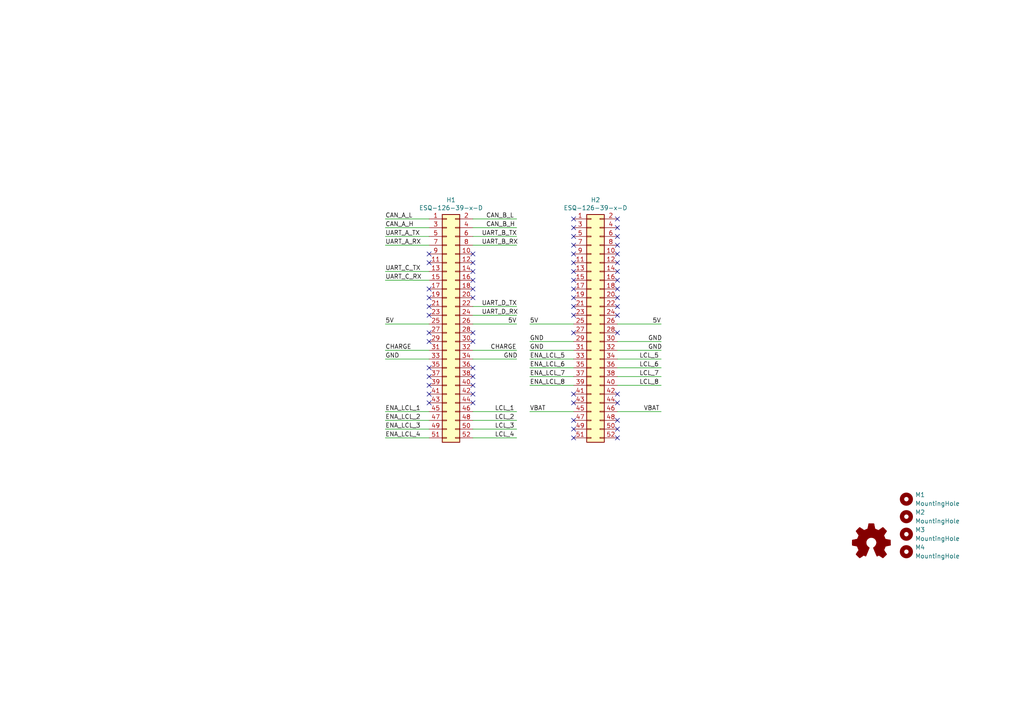
<source format=kicad_sch>
(kicad_sch (version 20230121) (generator eeschema)
  (paper "A4")
  (lib_symbols
    (symbol "Connector_Generic:Conn_02x26_Odd_Even" (pin_names (offset 1.016) hide)
      (property "Reference" "J" (at 1.27 33.02 0))
      (property "Value" "Conn_02x26_Odd_Even" (at 1.27 -35.56 0))
      (symbol "Conn_02x26_Odd_Even_1_1"
        (rectangle (start -1.27 -32.893) (end 0 -33.147) (stroke (width 0.1524)))
        (rectangle (start -1.27 -30.353) (end 0 -30.607) (stroke (width 0.1524)))
        (rectangle (start -1.27 -27.813) (end 0 -28.067) (stroke (width 0.1524)))
        (rectangle (start -1.27 -25.273) (end 0 -25.527) (stroke (width 0.1524)))
        (rectangle (start -1.27 -22.733) (end 0 -22.987) (stroke (width 0.1524)))
        (rectangle (start -1.27 -20.193) (end 0 -20.447) (stroke (width 0.1524)))
        (rectangle (start -1.27 -17.653) (end 0 -17.907) (stroke (width 0.1524)))
        (rectangle (start -1.27 -15.113) (end 0 -15.367) (stroke (width 0.1524)))
        (rectangle (start -1.27 -12.573) (end 0 -12.827) (stroke (width 0.1524)))
        (rectangle (start -1.27 -10.033) (end 0 -10.287) (stroke (width 0.1524)))
        (rectangle (start -1.27 -7.493) (end 0 -7.747) (stroke (width 0.1524)))
        (rectangle (start -1.27 -4.953) (end 0 -5.207) (stroke (width 0.1524)))
        (rectangle (start -1.27 -2.413) (end 0 -2.667) (stroke (width 0.1524)))
        (rectangle (start -1.27 0.127) (end 0 -0.127) (stroke (width 0.1524)))
        (rectangle (start -1.27 2.667) (end 0 2.413) (stroke (width 0.1524)))
        (rectangle (start -1.27 5.207) (end 0 4.953) (stroke (width 0.1524)))
        (rectangle (start -1.27 7.747) (end 0 7.493) (stroke (width 0.1524)))
        (rectangle (start -1.27 10.287) (end 0 10.033) (stroke (width 0.1524)))
        (rectangle (start -1.27 12.827) (end 0 12.573) (stroke (width 0.1524)))
        (rectangle (start -1.27 15.367) (end 0 15.113) (stroke (width 0.1524)))
        (rectangle (start -1.27 17.907) (end 0 17.653) (stroke (width 0.1524)))
        (rectangle (start -1.27 20.447) (end 0 20.193) (stroke (width 0.1524)))
        (rectangle (start -1.27 22.987) (end 0 22.733) (stroke (width 0.1524)))
        (rectangle (start -1.27 25.527) (end 0 25.273) (stroke (width 0.1524)))
        (rectangle (start -1.27 28.067) (end 0 27.813) (stroke (width 0.1524)))
        (rectangle (start -1.27 30.607) (end 0 30.353) (stroke (width 0.1524)))
        (rectangle (start -1.27 31.75) (end 3.81 -34.29) (stroke (width 0.254)) (fill (type background)))
        (rectangle (start 3.81 -32.893) (end 2.54 -33.147) (stroke (width 0.1524)))
        (rectangle (start 3.81 -30.353) (end 2.54 -30.607) (stroke (width 0.1524)))
        (rectangle (start 3.81 -27.813) (end 2.54 -28.067) (stroke (width 0.1524)))
        (rectangle (start 3.81 -25.273) (end 2.54 -25.527) (stroke (width 0.1524)))
        (rectangle (start 3.81 -22.733) (end 2.54 -22.987) (stroke (width 0.1524)))
        (rectangle (start 3.81 -20.193) (end 2.54 -20.447) (stroke (width 0.1524)))
        (rectangle (start 3.81 -17.653) (end 2.54 -17.907) (stroke (width 0.1524)))
        (rectangle (start 3.81 -15.113) (end 2.54 -15.367) (stroke (width 0.1524)))
        (rectangle (start 3.81 -12.573) (end 2.54 -12.827) (stroke (width 0.1524)))
        (rectangle (start 3.81 -10.033) (end 2.54 -10.287) (stroke (width 0.1524)))
        (rectangle (start 3.81 -7.493) (end 2.54 -7.747) (stroke (width 0.1524)))
        (rectangle (start 3.81 -4.953) (end 2.54 -5.207) (stroke (width 0.1524)))
        (rectangle (start 3.81 -2.413) (end 2.54 -2.667) (stroke (width 0.1524)))
        (rectangle (start 3.81 0.127) (end 2.54 -0.127) (stroke (width 0.1524)))
        (rectangle (start 3.81 2.667) (end 2.54 2.413) (stroke (width 0.1524)))
        (rectangle (start 3.81 5.207) (end 2.54 4.953) (stroke (width 0.1524)))
        (rectangle (start 3.81 7.747) (end 2.54 7.493) (stroke (width 0.1524)))
        (rectangle (start 3.81 10.287) (end 2.54 10.033) (stroke (width 0.1524)))
        (rectangle (start 3.81 12.827) (end 2.54 12.573) (stroke (width 0.1524)))
        (rectangle (start 3.81 15.367) (end 2.54 15.113) (stroke (width 0.1524)))
        (rectangle (start 3.81 17.907) (end 2.54 17.653) (stroke (width 0.1524)))
        (rectangle (start 3.81 20.447) (end 2.54 20.193) (stroke (width 0.1524)))
        (rectangle (start 3.81 22.987) (end 2.54 22.733) (stroke (width 0.1524)))
        (rectangle (start 3.81 25.527) (end 2.54 25.273) (stroke (width 0.1524)))
        (rectangle (start 3.81 28.067) (end 2.54 27.813) (stroke (width 0.1524)))
        (rectangle (start 3.81 30.607) (end 2.54 30.353) (stroke (width 0.1524)))
        (pin passive line (at -5.08 30.48 0) (length 3.81) (name "Pin_1") (number "1"))
        (pin passive line (at 7.62 20.32 180) (length 3.81) (name "Pin_10") (number "10"))
        (pin passive line (at -5.08 17.78 0) (length 3.81) (name "Pin_11") (number "11"))
        (pin passive line (at 7.62 17.78 180) (length 3.81) (name "Pin_12") (number "12"))
        (pin passive line (at -5.08 15.24 0) (length 3.81) (name "Pin_13") (number "13"))
        (pin passive line (at 7.62 15.24 180) (length 3.81) (name "Pin_14") (number "14"))
        (pin passive line (at -5.08 12.7 0) (length 3.81) (name "Pin_15") (number "15"))
        (pin passive line (at 7.62 12.7 180) (length 3.81) (name "Pin_16") (number "16"))
        (pin passive line (at -5.08 10.16 0) (length 3.81) (name "Pin_17") (number "17"))
        (pin passive line (at 7.62 10.16 180) (length 3.81) (name "Pin_18") (number "18"))
        (pin passive line (at -5.08 7.62 0) (length 3.81) (name "Pin_19") (number "19"))
        (pin passive line (at 7.62 30.48 180) (length 3.81) (name "Pin_2") (number "2"))
        (pin passive line (at 7.62 7.62 180) (length 3.81) (name "Pin_20") (number "20"))
        (pin passive line (at -5.08 5.08 0) (length 3.81) (name "Pin_21") (number "21"))
        (pin passive line (at 7.62 5.08 180) (length 3.81) (name "Pin_22") (number "22"))
        (pin passive line (at -5.08 2.54 0) (length 3.81) (name "Pin_23") (number "23"))
        (pin passive line (at 7.62 2.54 180) (length 3.81) (name "Pin_24") (number "24"))
        (pin passive line (at -5.08 0 0) (length 3.81) (name "Pin_25") (number "25"))
        (pin passive line (at 7.62 0 180) (length 3.81) (name "Pin_26") (number "26"))
        (pin passive line (at -5.08 -2.54 0) (length 3.81) (name "Pin_27") (number "27"))
        (pin passive line (at 7.62 -2.54 180) (length 3.81) (name "Pin_28") (number "28"))
        (pin passive line (at -5.08 -5.08 0) (length 3.81) (name "Pin_29") (number "29"))
        (pin passive line (at -5.08 27.94 0) (length 3.81) (name "Pin_3") (number "3"))
        (pin passive line (at 7.62 -5.08 180) (length 3.81) (name "Pin_30") (number "30"))
        (pin passive line (at -5.08 -7.62 0) (length 3.81) (name "Pin_31") (number "31"))
        (pin passive line (at 7.62 -7.62 180) (length 3.81) (name "Pin_32") (number "32"))
        (pin passive line (at -5.08 -10.16 0) (length 3.81) (name "Pin_33") (number "33"))
        (pin passive line (at 7.62 -10.16 180) (length 3.81) (name "Pin_34") (number "34"))
        (pin passive line (at -5.08 -12.7 0) (length 3.81) (name "Pin_35") (number "35"))
        (pin passive line (at 7.62 -12.7 180) (length 3.81) (name "Pin_36") (number "36"))
        (pin passive line (at -5.08 -15.24 0) (length 3.81) (name "Pin_37") (number "37"))
        (pin passive line (at 7.62 -15.24 180) (length 3.81) (name "Pin_38") (number "38"))
        (pin passive line (at -5.08 -17.78 0) (length 3.81) (name "Pin_39") (number "39"))
        (pin passive line (at 7.62 27.94 180) (length 3.81) (name "Pin_4") (number "4"))
        (pin passive line (at 7.62 -17.78 180) (length 3.81) (name "Pin_40") (number "40"))
        (pin passive line (at -5.08 -20.32 0) (length 3.81) (name "Pin_41") (number "41"))
        (pin passive line (at 7.62 -20.32 180) (length 3.81) (name "Pin_42") (number "42"))
        (pin passive line (at -5.08 -22.86 0) (length 3.81) (name "Pin_43") (number "43"))
        (pin passive line (at 7.62 -22.86 180) (length 3.81) (name "Pin_44") (number "44"))
        (pin passive line (at -5.08 -25.4 0) (length 3.81) (name "Pin_45") (number "45"))
        (pin passive line (at 7.62 -25.4 180) (length 3.81) (name "Pin_46") (number "46"))
        (pin passive line (at -5.08 -27.94 0) (length 3.81) (name "Pin_47") (number "47"))
        (pin passive line (at 7.62 -27.94 180) (length 3.81) (name "Pin_48") (number "48"))
        (pin passive line (at -5.08 -30.48 0) (length 3.81) (name "Pin_49") (number "49"))
        (pin passive line (at -5.08 25.4 0) (length 3.81) (name "Pin_5") (number "5"))
        (pin passive line (at 7.62 -30.48 180) (length 3.81) (name "Pin_50") (number "50"))
        (pin passive line (at -5.08 -33.02 0) (length 3.81) (name "Pin_51") (number "51"))
        (pin passive line (at 7.62 -33.02 180) (length 3.81) (name "Pin_52") (number "52"))
        (pin passive line (at 7.62 25.4 180) (length 3.81) (name "Pin_6") (number "6"))
        (pin passive line (at -5.08 22.86 0) (length 3.81) (name "Pin_7") (number "7"))
        (pin passive line (at 7.62 22.86 180) (length 3.81) (name "Pin_8") (number "8"))
        (pin passive line (at -5.08 20.32 0) (length 3.81) (name "Pin_9") (number "9"))
      )
    )
    (symbol "Graphic:Logo_Open_Hardware_Small" (in_bom no) (on_board no)
      (symbol "Logo_Open_Hardware_Small_0_1"
        (polyline (pts (xy 3.3528 -4.3434) (xy 3.302 -4.318) (xy 3.175 -4.2418) (xy 2.9972 -4.1148) (xy 2.7686 -3.9624) (xy 2.54 -3.81) (xy 2.3622 -3.7084) (xy 2.2352 -3.6068) (xy 2.1844 -3.5814) (xy 2.159 -3.6068) (xy 2.0574 -3.6576) (xy 1.905 -3.7338) (xy 1.8034 -3.7846) (xy 1.6764 -3.8354) (xy 1.6002 -3.8354) (xy 1.6002 -3.8354) (xy 1.5494 -3.7338) (xy 1.4732 -3.5306) (xy 1.3462 -3.302) (xy 1.2446 -3.0226) (xy 1.1176 -2.7178) (xy 0.9652 -2.413) (xy 0.8636 -2.1082) (xy 0.7366 -1.8288) (xy 0.6604 -1.6256) (xy 0.6096 -1.4732) (xy 0.5842 -1.397) (xy 0.5842 -1.397) (xy 0.6604 -1.3208) (xy 0.7874 -1.2446) (xy 1.0414 -1.016) (xy 1.2954 -0.6858) (xy 1.4478 -0.3302) (xy 1.524 0.0762) (xy 1.4732 0.4572) (xy 1.3208 0.8128) (xy 1.0668 1.143) (xy 0.762 1.3716) (xy 0.4064 1.524) (xy 0 1.5748) (xy -0.381 1.5494) (xy -0.7366 1.397) (xy -1.0668 1.143) (xy -1.2192 0.9906) (xy -1.397 0.6604) (xy -1.524 0.3048) (xy -1.524 0.2286) (xy -1.4986 -0.1778) (xy -1.397 -0.5334) (xy -1.1938 -0.8636) (xy -0.9144 -1.143) (xy -0.8636 -1.1684) (xy -0.7366 -1.27) (xy -0.635 -1.3462) (xy -0.5842 -1.397) (xy -1.0668 -2.5908) (xy -1.143 -2.794) (xy -1.2954 -3.1242) (xy -1.397 -3.4036) (xy -1.4986 -3.6322) (xy -1.5748 -3.7846) (xy -1.6002 -3.8354) (xy -1.6002 -3.8354) (xy -1.651 -3.8354) (xy -1.7272 -3.81) (xy -1.905 -3.7338) (xy -2.0066 -3.683) (xy -2.1336 -3.6068) (xy -2.2098 -3.5814) (xy -2.2606 -3.6068) (xy -2.3622 -3.683) (xy -2.54 -3.81) (xy -2.7686 -3.9624) (xy -2.9718 -4.0894) (xy -3.1496 -4.2164) (xy -3.302 -4.318) (xy -3.3528 -4.3434) (xy -3.3782 -4.3434) (xy -3.429 -4.318) (xy -3.5306 -4.2164) (xy -3.7084 -4.064) (xy -3.937 -3.8354) (xy -3.9624 -3.81) (xy -4.1656 -3.6068) (xy -4.318 -3.4544) (xy -4.4196 -3.3274) (xy -4.445 -3.2766) (xy -4.445 -3.2766) (xy -4.4196 -3.2258) (xy -4.318 -3.0734) (xy -4.2164 -2.8956) (xy -4.064 -2.667) (xy -3.6576 -2.0828) (xy -3.8862 -1.5494) (xy -3.937 -1.3716) (xy -4.0386 -1.1684) (xy -4.0894 -1.0414) (xy -4.1148 -0.9652) (xy -4.191 -0.9398) (xy -4.318 -0.9144) (xy -4.5466 -0.8636) (xy -4.8006 -0.8128) (xy -5.0546 -0.7874) (xy -5.2578 -0.7366) (xy -5.4356 -0.7112) (xy -5.5118 -0.6858) (xy -5.5118 -0.6858) (xy -5.5372 -0.635) (xy -5.5372 -0.5588) (xy -5.5372 -0.4318) (xy -5.5626 -0.2286) (xy -5.5626 0.0762) (xy -5.5626 0.127) (xy -5.5372 0.4064) (xy -5.5372 0.635) (xy -5.5372 0.762) (xy -5.5372 0.8382) (xy -5.5372 0.8382) (xy -5.461 0.8382) (xy -5.3086 0.889) (xy -5.08 0.9144) (xy -4.826 0.9652) (xy -4.8006 0.9906) (xy -4.5466 1.0414) (xy -4.318 1.0668) (xy -4.1656 1.1176) (xy -4.0894 1.143) (xy -4.0894 1.143) (xy -4.0386 1.2446) (xy -3.9624 1.4224) (xy -3.8608 1.6256) (xy -3.7846 1.8288) (xy -3.7084 2.0066) (xy -3.6576 2.159) (xy -3.6322 2.2098) (xy -3.6322 2.2098) (xy -3.683 2.286) (xy -3.7592 2.413) (xy -3.8862 2.5908) (xy -4.064 2.8194) (xy -4.064 2.8448) (xy -4.2164 3.0734) (xy -4.3434 3.2512) (xy -4.4196 3.3782) (xy -4.445 3.4544) (xy -4.445 3.4544) (xy -4.3942 3.5052) (xy -4.2926 3.6322) (xy -4.1148 3.81) (xy -3.937 4.0132) (xy -3.8608 4.064) (xy -3.6576 4.2926) (xy -3.5052 4.4196) (xy -3.4036 4.4958) (xy -3.3528 4.5212) (xy -3.3528 4.5212) (xy -3.302 4.4704) (xy -3.1496 4.3688) (xy -2.9718 4.2418) (xy -2.7432 4.0894) (xy -2.7178 4.0894) (xy -2.4892 3.937) (xy -2.3114 3.81) (xy -2.1844 3.7084) (xy -2.1336 3.683) (xy -2.1082 3.683) (xy -2.032 3.7084) (xy -1.8542 3.7592) (xy -1.6764 3.8354) (xy -1.4732 3.937) (xy -1.27 4.0132) (xy -1.143 4.064) (xy -1.0668 4.1148) (xy -1.0668 4.1148) (xy -1.0414 4.191) (xy -1.016 4.3434) (xy -0.9652 4.572) (xy -0.9144 4.8514) (xy -0.889 4.9022) (xy -0.8382 5.1562) (xy -0.8128 5.3848) (xy -0.7874 5.5372) (xy -0.762 5.588) (xy -0.7112 5.6134) (xy -0.5842 5.6134) (xy -0.4064 5.6134) (xy -0.1524 5.6134) (xy 0.0762 5.6134) (xy 0.3302 5.6134) (xy 0.5334 5.6134) (xy 0.6858 5.588) (xy 0.7366 5.588) (xy 0.7366 5.588) (xy 0.762 5.5118) (xy 0.8128 5.334) (xy 0.8382 5.1054) (xy 0.9144 4.826) (xy 0.9144 4.7752) (xy 0.9652 4.5212) (xy 1.016 4.2926) (xy 1.0414 4.1402) (xy 1.0668 4.0894) (xy 1.0668 4.0894) (xy 1.1938 4.0386) (xy 1.3716 3.9624) (xy 1.5748 3.8608) (xy 2.0828 3.6576) (xy 2.7178 4.0894) (xy 2.7686 4.1402) (xy 2.9972 4.2926) (xy 3.175 4.4196) (xy 3.302 4.4958) (xy 3.3782 4.5212) (xy 3.3782 4.5212) (xy 3.429 4.4704) (xy 3.556 4.3434) (xy 3.7338 4.191) (xy 3.9116 3.9878) (xy 4.064 3.8354) (xy 4.2418 3.6576) (xy 4.3434 3.556) (xy 4.4196 3.4798) (xy 4.4196 3.429) (xy 4.4196 3.4036) (xy 4.3942 3.3274) (xy 4.2926 3.2004) (xy 4.1656 2.9972) (xy 4.0132 2.794) (xy 3.8862 2.5908) (xy 3.7592 2.3876) (xy 3.6576 2.2352) (xy 3.6322 2.159) (xy 3.6322 2.1336) (xy 3.683 2.0066) (xy 3.7592 1.8288) (xy 3.8608 1.6002) (xy 4.064 1.1176) (xy 4.3942 1.0414) (xy 4.5974 1.016) (xy 4.8768 0.9652) (xy 5.1308 0.9144) (xy 5.5372 0.8382) (xy 5.5626 -0.6604) (xy 5.4864 -0.6858) (xy 5.4356 -0.6858) (xy 5.2832 -0.7366) (xy 5.0546 -0.762) (xy 4.8006 -0.8128) (xy 4.5974 -0.8636) (xy 4.3688 -0.9144) (xy 4.2164 -0.9398) (xy 4.1402 -0.9398) (xy 4.1148 -0.9652) (xy 4.064 -1.0668) (xy 3.9878 -1.2446) (xy 3.9116 -1.4478) (xy 3.81 -1.651) (xy 3.7338 -1.8542) (xy 3.683 -2.0066) (xy 3.6576 -2.0828) (xy 3.683 -2.1336) (xy 3.7846 -2.2606) (xy 3.8862 -2.4638) (xy 4.0386 -2.667) (xy 4.191 -2.8956) (xy 4.318 -3.0734) (xy 4.3942 -3.2004) (xy 4.445 -3.2766) (xy 4.4196 -3.3274) (xy 4.3434 -3.429) (xy 4.1656 -3.5814) (xy 3.937 -3.8354) (xy 3.8862 -3.8608) (xy 3.683 -4.064) (xy 3.5306 -4.2164) (xy 3.4036 -4.318) (xy 3.3528 -4.3434)) (fill (type outline)))
      )
    )
    (symbol "Mechanical:MountingHole" (pin_names (offset 1.016))
      (property "Reference" "H" (at 0 5.08 0))
      (property "Value" "MountingHole" (at 0 3.175 0))
      (symbol "MountingHole_0_1"
        (circle (center 0 0) (radius 1.27) (stroke (width 1.27)))
      )
    )
  )
  (no_connect (at 166.37 68.58))
  (no_connect (at 166.37 96.52))
  (no_connect (at 124.46 86.36))
  (no_connect (at 179.07 78.74))
  (no_connect (at 166.37 127))
  (no_connect (at 166.37 73.66))
  (no_connect (at 179.07 127))
  (no_connect (at 179.07 73.66))
  (no_connect (at 124.46 114.3))
  (no_connect (at 137.16 111.76))
  (no_connect (at 166.37 81.28))
  (no_connect (at 137.16 81.28))
  (no_connect (at 179.07 114.3))
  (no_connect (at 179.07 63.5))
  (no_connect (at 179.07 121.92))
  (no_connect (at 124.46 116.84))
  (no_connect (at 137.16 86.36))
  (no_connect (at 179.07 68.58))
  (no_connect (at 166.37 63.5))
  (no_connect (at 137.16 106.68))
  (no_connect (at 179.07 86.36))
  (no_connect (at 166.37 71.12))
  (no_connect (at 166.37 116.84))
  (no_connect (at 166.37 86.36))
  (no_connect (at 124.46 96.52))
  (no_connect (at 179.07 71.12))
  (no_connect (at 166.37 114.3))
  (no_connect (at 137.16 109.22))
  (no_connect (at 137.16 76.2))
  (no_connect (at 137.16 78.74))
  (no_connect (at 179.07 81.28))
  (no_connect (at 179.07 88.9))
  (no_connect (at 137.16 96.52))
  (no_connect (at 137.16 116.84))
  (no_connect (at 166.37 66.04))
  (no_connect (at 179.07 116.84))
  (no_connect (at 166.37 88.9))
  (no_connect (at 179.07 83.82))
  (no_connect (at 166.37 121.92))
  (no_connect (at 137.16 114.3))
  (no_connect (at 166.37 83.82))
  (no_connect (at 166.37 76.2))
  (no_connect (at 124.46 83.82))
  (no_connect (at 124.46 109.22))
  (no_connect (at 179.07 96.52))
  (no_connect (at 137.16 99.06))
  (no_connect (at 166.37 91.44))
  (no_connect (at 166.37 78.74))
  (no_connect (at 179.07 66.04))
  (no_connect (at 179.07 76.2))
  (no_connect (at 124.46 111.76))
  (no_connect (at 124.46 73.66))
  (no_connect (at 137.16 83.82))
  (no_connect (at 124.46 88.9))
  (no_connect (at 124.46 76.2))
  (no_connect (at 137.16 73.66))
  (no_connect (at 124.46 91.44))
  (no_connect (at 179.07 124.46))
  (no_connect (at 179.07 91.44))
  (no_connect (at 124.46 99.06))
  (no_connect (at 124.46 106.68))
  (no_connect (at 166.37 124.46))
  (wire (pts (xy 111.76 68.58) (xy 124.46 68.58)))
  (wire (pts (xy 111.76 71.12) (xy 124.46 71.12)))
  (wire (pts (xy 111.76 101.6) (xy 124.46 101.6)))
  (wire (pts (xy 111.76 124.46) (xy 124.46 124.46)))
  (wire (pts (xy 111.76 127) (xy 124.46 127)))
  (wire (pts (xy 137.16 104.14) (xy 149.86 104.14)))
  (wire (pts (xy 137.16 91.44) (xy 149.86 91.44)))
  (wire (pts (xy 153.67 101.6) (xy 166.37 101.6)))
  (wire (pts (xy 111.76 81.28) (xy 124.46 81.28)))
  (wire (pts (xy 137.16 63.5) (xy 149.86 63.5)))
  (wire (pts (xy 137.16 88.9) (xy 149.86 88.9)))
  (wire (pts (xy 179.07 111.76) (xy 191.77 111.76)))
  (wire (pts (xy 179.07 93.98) (xy 191.77 93.98)))
  (wire (pts (xy 153.67 119.38) (xy 166.37 119.38)))
  (wire (pts (xy 153.67 109.22) (xy 166.37 109.22)))
  (wire (pts (xy 137.16 93.98) (xy 149.86 93.98)))
  (wire (pts (xy 153.67 104.14) (xy 166.37 104.14)))
  (wire (pts (xy 137.16 101.6) (xy 149.86 101.6)))
  (wire (pts (xy 137.16 127) (xy 149.86 127)))
  (wire (pts (xy 111.76 63.5) (xy 124.46 63.5)))
  (wire (pts (xy 111.76 104.14) (xy 124.46 104.14)))
  (wire (pts (xy 137.16 68.58) (xy 149.86 68.58)))
  (wire (pts (xy 111.76 66.04) (xy 124.46 66.04)))
  (wire (pts (xy 179.07 119.38) (xy 191.77 119.38)))
  (wire (pts (xy 179.07 109.22) (xy 191.77 109.22)))
  (wire (pts (xy 179.07 101.6) (xy 191.77 101.6)))
  (wire (pts (xy 111.76 121.92) (xy 124.46 121.92)))
  (wire (pts (xy 137.16 71.12) (xy 149.86 71.12)))
  (wire (pts (xy 153.67 106.68) (xy 166.37 106.68)))
  (wire (pts (xy 137.16 66.04) (xy 149.86 66.04)))
  (wire (pts (xy 179.07 104.14) (xy 191.77 104.14)))
  (wire (pts (xy 153.67 111.76) (xy 166.37 111.76)))
  (wire (pts (xy 153.67 99.06) (xy 166.37 99.06)))
  (wire (pts (xy 179.07 106.68) (xy 191.77 106.68)))
  (wire (pts (xy 111.76 78.74) (xy 124.46 78.74)))
  (wire (pts (xy 137.16 121.92) (xy 149.86 121.92)))
  (wire (pts (xy 111.76 119.38) (xy 124.46 119.38)))
  (wire (pts (xy 137.16 124.46) (xy 149.86 124.46)))
  (wire (pts (xy 137.16 119.38) (xy 149.86 119.38)))
  (wire (pts (xy 179.07 99.06) (xy 191.77 99.06)))
  (wire (pts (xy 153.67 93.98) (xy 166.37 93.98)))
  (wire (pts (xy 111.76 93.98) (xy 124.46 93.98)))
  (label "GND" (at 111.76 104.14 0))
  (label "ENA_LCL_7" (at 153.67 109.22 0))
  (label "UART_B_TX" (at 139.7 68.58 0))
  (label "CAN_A_L" (at 111.76 63.5 0))
  (label "LCL_4" (at 143.51 127 0))
  (label "LCL_1" (at 143.51 119.38 0))
  (label "VBAT" (at 153.67 119.38 0))
  (label "LCL_6" (at 185.42 106.68 0))
  (label "GND" (at 153.67 101.6 0))
  (label "UART_D_TX" (at 139.7 88.9 0))
  (label "5V" (at 189.23 93.98 0))
  (label "GND" (at 187.96 101.6 0))
  (label "UART_D_RX" (at 139.7 91.44 0))
  (label "CAN_B_H" (at 140.97 66.04 0))
  (label "GND" (at 146.05 104.14 0))
  (label "5V" (at 147.32 93.98 0))
  (label "VBAT" (at 186.69 119.38 0))
  (label "ENA_LCL_4" (at 111.76 127 0))
  (label "5V" (at 111.76 93.98 0))
  (label "ENA_LCL_8" (at 153.67 111.76 0))
  (label "CHARGE" (at 142.24 101.6 0))
  (label "ENA_LCL_3" (at 111.76 124.46 0))
  (label "LCL_2" (at 143.51 121.92 0))
  (label "LCL_3" (at 143.51 124.46 0))
  (label "CAN_A_H" (at 111.76 66.04 0))
  (label "CAN_B_L" (at 140.97 63.5 0))
  (label "UART_B_RX" (at 139.7 71.12 0))
  (label "UART_C_TX" (at 111.76 78.74 0))
  (label "ENA_LCL_1" (at 111.76 119.38 0))
  (label "ENA_LCL_5" (at 153.67 104.14 0))
  (label "5V" (at 153.67 93.98 0))
  (label "GND" (at 153.67 99.06 0))
  (label "CHARGE" (at 111.76 101.6 0))
  (label "LCL_7" (at 185.42 109.22 0))
  (label "ENA_LCL_2" (at 111.76 121.92 0))
  (label "UART_A_TX" (at 111.76 68.58 0))
  (label "LCL_8" (at 185.42 111.76 0))
  (label "UART_A_RX" (at 111.76 71.12 0))
  (label "ENA_LCL_6" (at 153.67 106.68 0))
  (label "UART_C_RX" (at 111.76 81.28 0))
  (label "GND" (at 187.96 99.06 0))
  (label "LCL_5" (at 185.42 104.14 0))
  (symbol (lib_id "Connector_Generic:Conn_02x26_Odd_Even") (at 171.45 93.98 0) (unit 1)
    (property "Reference" "H2" (at 172.72 57.9882 0))
    (property "Value" "ESQ-126-39-x-D" (at 172.72 60.2996 0))
    (property "Footprint" "Connector_PinHeader_2.54mm:PinHeader_2x26_P2.54mm_Vertical" (effects hide))
  )
  (symbol (lib_id "Connector_Generic:Conn_02x26_Odd_Even") (at 129.54 93.98 0) (unit 1)
    (property "Reference" "H1" (at 130.81 57.9882 0))
    (property "Value" "ESQ-126-39-x-D" (at 130.81 60.2996 0))
    (property "Footprint" "Connector_PinHeader_2.54mm:PinHeader_2x26_P2.54mm_Vertical" (effects hide))
  )
  (symbol (lib_id "Mechanical:MountingHole") (at 262.89 144.78 0) (unit 1)
    (property "Reference" "M1" (at 265.43 143.51 0) (effects (justify left)))
    (property "Value" "MountingHole" (at 265.43 146.05 0) (effects (justify left)))
    (property "Footprint" "MountingHole:MountingHole_3.2mm_M3_Pad" (effects hide))
  )
  (symbol (lib_id "Mechanical:MountingHole") (at 262.89 160.02 0) (unit 1)
    (property "Reference" "M4" (at 265.43 158.75 0) (effects (justify left)))
    (property "Value" "MountingHole" (at 265.43 161.29 0) (effects (justify left)))
    (property "Footprint" "MountingHole:MountingHole_3.2mm_M3_Pad" (effects hide))
  )
  (symbol (lib_id "Mechanical:MountingHole") (at 262.89 149.86 0) (unit 1)
    (property "Reference" "M2" (at 265.43 148.59 0) (effects (justify left)))
    (property "Value" "MountingHole" (at 265.43 151.13 0) (effects (justify left)))
    (property "Footprint" "MountingHole:MountingHole_3.2mm_M3_Pad" (effects hide))
  )
  (symbol (lib_id "Graphic:Logo_Open_Hardware_Small") (at 252.73 157.48 0) (unit 1) (in_bom no)
    (property "Reference" "REF1" (effects hide))
    (property "Value" "Logo_Open_Hardware_Small" (effects hide))
    (property "Footprint" "Symbol:OSHW-Logo_5.7x6mm_SilkScreen" (effects hide))
    (property "Sim.Enable" "0" (effects hide))
  )
  (symbol (lib_id "Mechanical:MountingHole") (at 262.89 154.94 0) (unit 1)
    (property "Reference" "M3" (at 265.43 153.67 0) (effects (justify left)))
    (property "Value" "MountingHole" (at 265.43 156.21 0) (effects (justify left)))
    (property "Footprint" "MountingHole:MountingHole_3.2mm_M3_Pad" (effects hide))
  )
)
</source>
